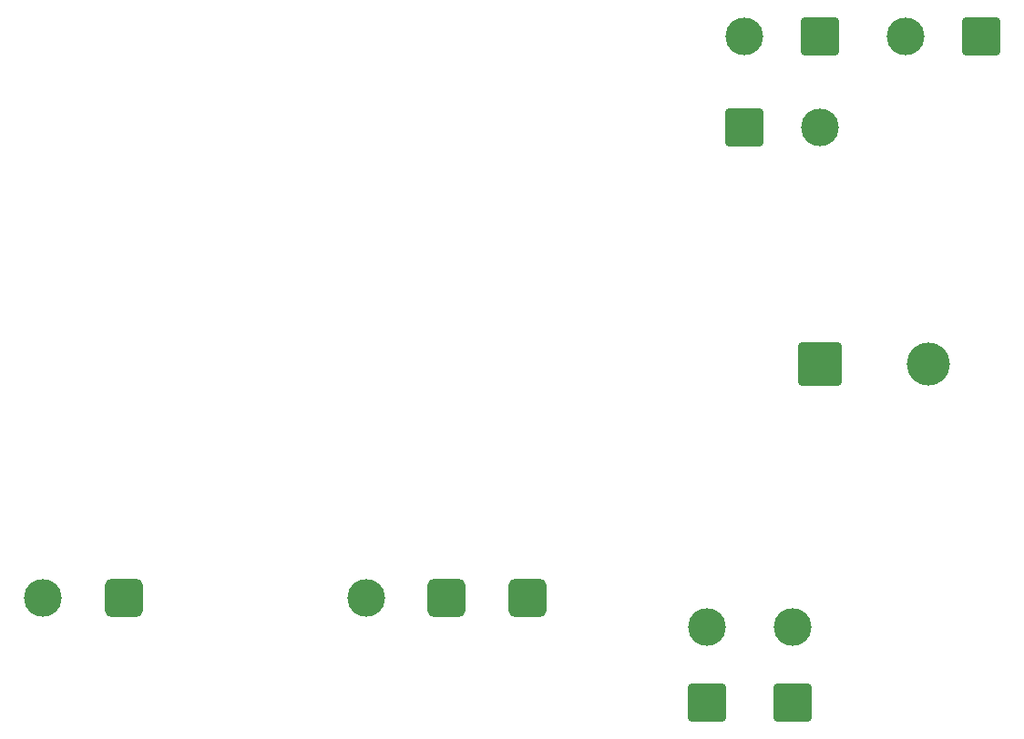
<source format=gbr>
%TF.GenerationSoftware,KiCad,Pcbnew,9.0.2*%
%TF.CreationDate,2025-06-12T22:51:23+08:00*%
%TF.ProjectId,MagFire,4d616746-6972-4652-9e6b-696361645f70,rev?*%
%TF.SameCoordinates,Original*%
%TF.FileFunction,Soldermask,Top*%
%TF.FilePolarity,Negative*%
%FSLAX46Y46*%
G04 Gerber Fmt 4.6, Leading zero omitted, Abs format (unit mm)*
G04 Created by KiCad (PCBNEW 9.0.2) date 2025-06-12 22:51:23*
%MOMM*%
%LPD*%
G01*
G04 APERTURE LIST*
G04 Aperture macros list*
%AMRoundRect*
0 Rectangle with rounded corners*
0 $1 Rounding radius*
0 $2 $3 $4 $5 $6 $7 $8 $9 X,Y pos of 4 corners*
0 Add a 4 corners polygon primitive as box body*
4,1,4,$2,$3,$4,$5,$6,$7,$8,$9,$2,$3,0*
0 Add four circle primitives for the rounded corners*
1,1,$1+$1,$2,$3*
1,1,$1+$1,$4,$5*
1,1,$1+$1,$6,$7*
1,1,$1+$1,$8,$9*
0 Add four rect primitives between the rounded corners*
20,1,$1+$1,$2,$3,$4,$5,0*
20,1,$1+$1,$4,$5,$6,$7,0*
20,1,$1+$1,$6,$7,$8,$9,0*
20,1,$1+$1,$8,$9,$2,$3,0*%
G04 Aperture macros list end*
%ADD10C,3.500000*%
%ADD11RoundRect,0.525000X-1.225000X-1.225000X1.225000X-1.225000X1.225000X1.225000X-1.225000X1.225000X0*%
%ADD12RoundRect,0.250002X1.499998X-1.499998X1.499998X1.499998X-1.499998X1.499998X-1.499998X-1.499998X0*%
%ADD13RoundRect,0.250002X1.499998X1.499998X-1.499998X1.499998X-1.499998X-1.499998X1.499998X-1.499998X0*%
%ADD14RoundRect,0.250002X-1.499998X-1.499998X1.499998X-1.499998X1.499998X1.499998X-1.499998X1.499998X0*%
%ADD15RoundRect,0.250000X-1.750000X-1.750000X1.750000X-1.750000X1.750000X1.750000X-1.750000X1.750000X0*%
%ADD16C,4.000000*%
G04 APERTURE END LIST*
D10*
%TO.C,U1*%
X76845000Y-132775000D03*
D11*
X84345000Y-132775000D03*
D10*
X106845000Y-132775000D03*
D11*
X114345000Y-132775000D03*
X121845000Y-132775000D03*
%TD*%
D12*
%TO.C,BT1*%
X146500000Y-142500000D03*
D10*
X146500000Y-135500000D03*
%TD*%
D12*
%TO.C,SW1*%
X138500000Y-142500000D03*
D10*
X138500000Y-135500000D03*
%TD*%
D13*
%TO.C,SW2*%
X164000000Y-80500000D03*
D10*
X157000000Y-80500000D03*
%TD*%
D14*
%TO.C,R1*%
X142000000Y-89000000D03*
D10*
X149000000Y-89000000D03*
%TD*%
D13*
%TO.C,L1*%
X149000000Y-80500000D03*
D10*
X142000000Y-80500000D03*
%TD*%
D15*
%TO.C,C1*%
X149069501Y-111000000D03*
D16*
X159069501Y-111000000D03*
%TD*%
M02*

</source>
